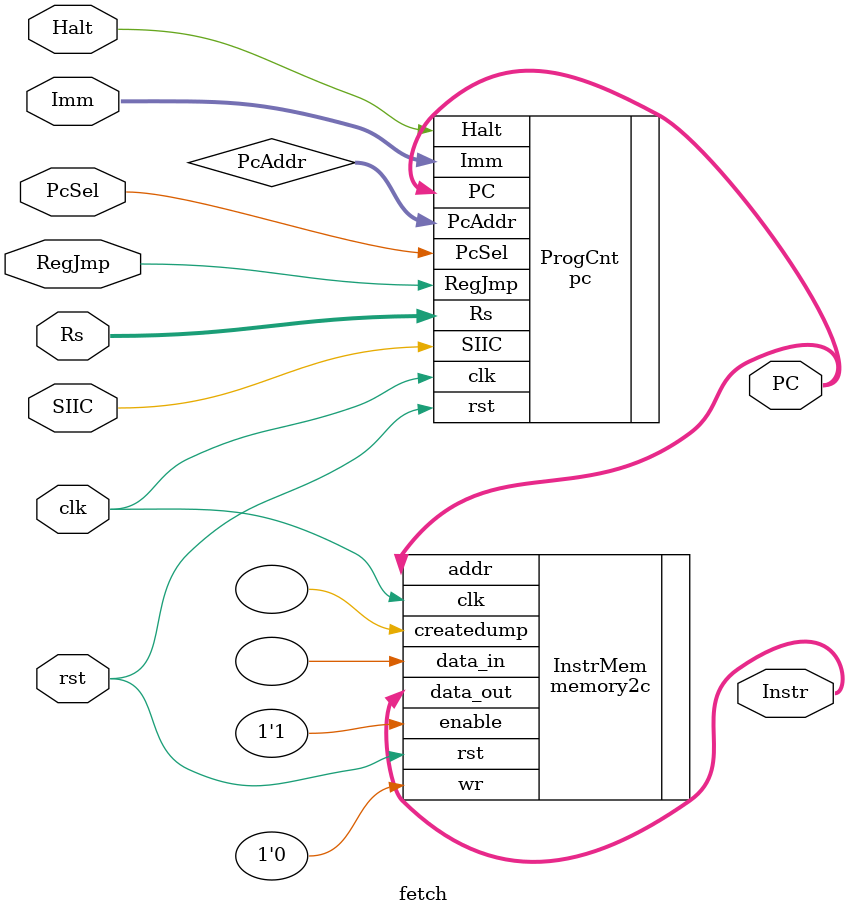
<source format=v>
/*
   CS/ECE 552 Spring '22
  
   Filename        : fetch.v
   Description     : This is the module for the overall fetch stage of the processor.
*/
`default_nettype none
//PC + Instruction Memory
module fetch (Instr, PC, Imm, Rs, RegJmp, Halt, PcSel, SIIC, clk, rst);
   // TODO: Your code here
   output wire[15:0] Instr, PC; 
   
   input wire[15:0] Imm, Rs;
   input wire RegJmp, Halt, PcSel, SIIC;
   
   input wire clk, rst;

   wire[15:0] PcAddr;
   
   
   pc ProgCnt(.PcAddr(PcAddr),.PC(PC), .Imm(Imm),.Rs(Rs),.PcSel(PcSel),.RegJmp(RegJmp),.Halt(Halt), .SIIC(SIIC), .clk(clk), .rst(rst));
   memory2c InstrMem(.data_out(Instr), .data_in(), .addr(PC), .enable(1'b1), .wr(1'b0), 
                     .createdump(), .clk(clk), .rst(rst));

endmodule
`default_nettype wire

</source>
